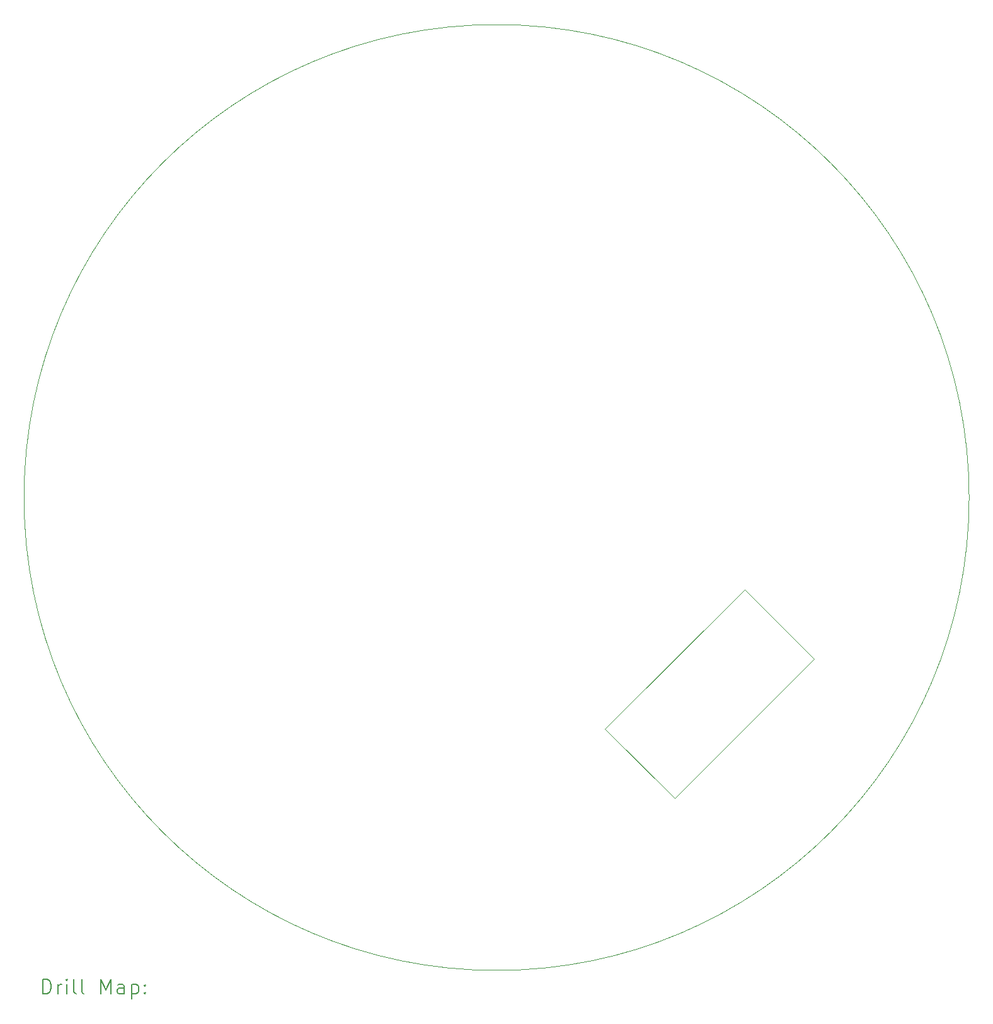
<source format=gbr>
%FSLAX45Y45*%
G04 Gerber Fmt 4.5, Leading zero omitted, Abs format (unit mm)*
G04 Created by KiCad (PCBNEW (6.0.6)) date 2023-02-05 11:55:53*
%MOMM*%
%LPD*%
G01*
G04 APERTURE LIST*
%TA.AperFunction,Profile*%
%ADD10C,0.100000*%
%TD*%
%ADD11C,0.200000*%
G04 APERTURE END LIST*
D10*
X27370936Y-15011913D02*
G75*
G03*
X27370936Y-15011913I-6350000J0D01*
G01*
X25287165Y-17180404D02*
X23413332Y-19054236D01*
X22479951Y-18120856D01*
X24353784Y-16247022D01*
X25287165Y-17180404D01*
D11*
X14923555Y-21677389D02*
X14923555Y-21477389D01*
X14971174Y-21477389D01*
X14999746Y-21486913D01*
X15018793Y-21505961D01*
X15028317Y-21525008D01*
X15037841Y-21563103D01*
X15037841Y-21591675D01*
X15028317Y-21629770D01*
X15018793Y-21648818D01*
X14999746Y-21667865D01*
X14971174Y-21677389D01*
X14923555Y-21677389D01*
X15123555Y-21677389D02*
X15123555Y-21544056D01*
X15123555Y-21582151D02*
X15133079Y-21563103D01*
X15142603Y-21553580D01*
X15161651Y-21544056D01*
X15180698Y-21544056D01*
X15247365Y-21677389D02*
X15247365Y-21544056D01*
X15247365Y-21477389D02*
X15237841Y-21486913D01*
X15247365Y-21496437D01*
X15256889Y-21486913D01*
X15247365Y-21477389D01*
X15247365Y-21496437D01*
X15371174Y-21677389D02*
X15352127Y-21667865D01*
X15342603Y-21648818D01*
X15342603Y-21477389D01*
X15475936Y-21677389D02*
X15456889Y-21667865D01*
X15447365Y-21648818D01*
X15447365Y-21477389D01*
X15704508Y-21677389D02*
X15704508Y-21477389D01*
X15771174Y-21620246D01*
X15837841Y-21477389D01*
X15837841Y-21677389D01*
X16018793Y-21677389D02*
X16018793Y-21572627D01*
X16009270Y-21553580D01*
X15990222Y-21544056D01*
X15952127Y-21544056D01*
X15933079Y-21553580D01*
X16018793Y-21667865D02*
X15999746Y-21677389D01*
X15952127Y-21677389D01*
X15933079Y-21667865D01*
X15923555Y-21648818D01*
X15923555Y-21629770D01*
X15933079Y-21610723D01*
X15952127Y-21601199D01*
X15999746Y-21601199D01*
X16018793Y-21591675D01*
X16114032Y-21544056D02*
X16114032Y-21744056D01*
X16114032Y-21553580D02*
X16133079Y-21544056D01*
X16171174Y-21544056D01*
X16190222Y-21553580D01*
X16199746Y-21563103D01*
X16209270Y-21582151D01*
X16209270Y-21639294D01*
X16199746Y-21658342D01*
X16190222Y-21667865D01*
X16171174Y-21677389D01*
X16133079Y-21677389D01*
X16114032Y-21667865D01*
X16294984Y-21658342D02*
X16304508Y-21667865D01*
X16294984Y-21677389D01*
X16285460Y-21667865D01*
X16294984Y-21658342D01*
X16294984Y-21677389D01*
X16294984Y-21553580D02*
X16304508Y-21563103D01*
X16294984Y-21572627D01*
X16285460Y-21563103D01*
X16294984Y-21553580D01*
X16294984Y-21572627D01*
M02*

</source>
